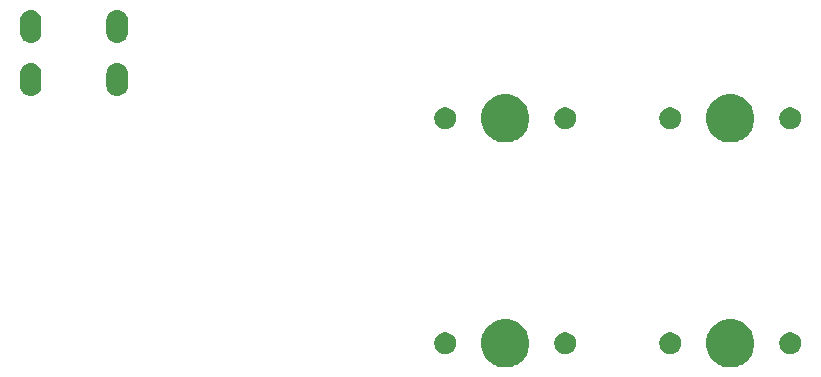
<source format=gts>
G04 #@! TF.GenerationSoftware,KiCad,Pcbnew,(5.1.4)-1*
G04 #@! TF.CreationDate,2020-10-19T04:21:44-07:00*
G04 #@! TF.ProjectId,test-pcb,74657374-2d70-4636-922e-6b696361645f,rev?*
G04 #@! TF.SameCoordinates,Original*
G04 #@! TF.FileFunction,Soldermask,Top*
G04 #@! TF.FilePolarity,Negative*
%FSLAX46Y46*%
G04 Gerber Fmt 4.6, Leading zero omitted, Abs format (unit mm)*
G04 Created by KiCad (PCBNEW (5.1.4)-1) date 2020-10-19 04:21:44*
%MOMM*%
%LPD*%
G04 APERTURE LIST*
%ADD10C,0.100000*%
G04 APERTURE END LIST*
D10*
G36*
X72033974Y-109952434D02*
G01*
X72251974Y-110042733D01*
X72406123Y-110106583D01*
X72741048Y-110330373D01*
X73025877Y-110615202D01*
X73249667Y-110950127D01*
X73282062Y-111028336D01*
X73403816Y-111322276D01*
X73482400Y-111717344D01*
X73482400Y-112120156D01*
X73403816Y-112515224D01*
X73352951Y-112638022D01*
X73249667Y-112887373D01*
X73025877Y-113222298D01*
X72741048Y-113507127D01*
X72406123Y-113730917D01*
X72251974Y-113794767D01*
X72033974Y-113885066D01*
X71638906Y-113963650D01*
X71236094Y-113963650D01*
X70841026Y-113885066D01*
X70623026Y-113794767D01*
X70468877Y-113730917D01*
X70133952Y-113507127D01*
X69849123Y-113222298D01*
X69625333Y-112887373D01*
X69522049Y-112638022D01*
X69471184Y-112515224D01*
X69392600Y-112120156D01*
X69392600Y-111717344D01*
X69471184Y-111322276D01*
X69592938Y-111028336D01*
X69625333Y-110950127D01*
X69849123Y-110615202D01*
X70133952Y-110330373D01*
X70468877Y-110106583D01*
X70623026Y-110042733D01*
X70841026Y-109952434D01*
X71236094Y-109873850D01*
X71638906Y-109873850D01*
X72033974Y-109952434D01*
X72033974Y-109952434D01*
G37*
G36*
X91083974Y-109952434D02*
G01*
X91301974Y-110042733D01*
X91456123Y-110106583D01*
X91791048Y-110330373D01*
X92075877Y-110615202D01*
X92299667Y-110950127D01*
X92332062Y-111028336D01*
X92453816Y-111322276D01*
X92532400Y-111717344D01*
X92532400Y-112120156D01*
X92453816Y-112515224D01*
X92402951Y-112638022D01*
X92299667Y-112887373D01*
X92075877Y-113222298D01*
X91791048Y-113507127D01*
X91456123Y-113730917D01*
X91301974Y-113794767D01*
X91083974Y-113885066D01*
X90688906Y-113963650D01*
X90286094Y-113963650D01*
X89891026Y-113885066D01*
X89673026Y-113794767D01*
X89518877Y-113730917D01*
X89183952Y-113507127D01*
X88899123Y-113222298D01*
X88675333Y-112887373D01*
X88572049Y-112638022D01*
X88521184Y-112515224D01*
X88442600Y-112120156D01*
X88442600Y-111717344D01*
X88521184Y-111322276D01*
X88642938Y-111028336D01*
X88675333Y-110950127D01*
X88899123Y-110615202D01*
X89183952Y-110330373D01*
X89518877Y-110106583D01*
X89673026Y-110042733D01*
X89891026Y-109952434D01*
X90286094Y-109873850D01*
X90688906Y-109873850D01*
X91083974Y-109952434D01*
X91083974Y-109952434D01*
G37*
G36*
X95837604Y-111028335D02*
G01*
X96006126Y-111098139D01*
X96157791Y-111199478D01*
X96286772Y-111328459D01*
X96388111Y-111480124D01*
X96457915Y-111648646D01*
X96493500Y-111827547D01*
X96493500Y-112009953D01*
X96457915Y-112188854D01*
X96388111Y-112357376D01*
X96286772Y-112509041D01*
X96157791Y-112638022D01*
X96006126Y-112739361D01*
X95837604Y-112809165D01*
X95658703Y-112844750D01*
X95476297Y-112844750D01*
X95297396Y-112809165D01*
X95128874Y-112739361D01*
X94977209Y-112638022D01*
X94848228Y-112509041D01*
X94746889Y-112357376D01*
X94677085Y-112188854D01*
X94641500Y-112009953D01*
X94641500Y-111827547D01*
X94677085Y-111648646D01*
X94746889Y-111480124D01*
X94848228Y-111328459D01*
X94977209Y-111199478D01*
X95128874Y-111098139D01*
X95297396Y-111028335D01*
X95476297Y-110992750D01*
X95658703Y-110992750D01*
X95837604Y-111028335D01*
X95837604Y-111028335D01*
G37*
G36*
X85677604Y-111028335D02*
G01*
X85846126Y-111098139D01*
X85997791Y-111199478D01*
X86126772Y-111328459D01*
X86228111Y-111480124D01*
X86297915Y-111648646D01*
X86333500Y-111827547D01*
X86333500Y-112009953D01*
X86297915Y-112188854D01*
X86228111Y-112357376D01*
X86126772Y-112509041D01*
X85997791Y-112638022D01*
X85846126Y-112739361D01*
X85677604Y-112809165D01*
X85498703Y-112844750D01*
X85316297Y-112844750D01*
X85137396Y-112809165D01*
X84968874Y-112739361D01*
X84817209Y-112638022D01*
X84688228Y-112509041D01*
X84586889Y-112357376D01*
X84517085Y-112188854D01*
X84481500Y-112009953D01*
X84481500Y-111827547D01*
X84517085Y-111648646D01*
X84586889Y-111480124D01*
X84688228Y-111328459D01*
X84817209Y-111199478D01*
X84968874Y-111098139D01*
X85137396Y-111028335D01*
X85316297Y-110992750D01*
X85498703Y-110992750D01*
X85677604Y-111028335D01*
X85677604Y-111028335D01*
G37*
G36*
X76787604Y-111028335D02*
G01*
X76956126Y-111098139D01*
X77107791Y-111199478D01*
X77236772Y-111328459D01*
X77338111Y-111480124D01*
X77407915Y-111648646D01*
X77443500Y-111827547D01*
X77443500Y-112009953D01*
X77407915Y-112188854D01*
X77338111Y-112357376D01*
X77236772Y-112509041D01*
X77107791Y-112638022D01*
X76956126Y-112739361D01*
X76787604Y-112809165D01*
X76608703Y-112844750D01*
X76426297Y-112844750D01*
X76247396Y-112809165D01*
X76078874Y-112739361D01*
X75927209Y-112638022D01*
X75798228Y-112509041D01*
X75696889Y-112357376D01*
X75627085Y-112188854D01*
X75591500Y-112009953D01*
X75591500Y-111827547D01*
X75627085Y-111648646D01*
X75696889Y-111480124D01*
X75798228Y-111328459D01*
X75927209Y-111199478D01*
X76078874Y-111098139D01*
X76247396Y-111028335D01*
X76426297Y-110992750D01*
X76608703Y-110992750D01*
X76787604Y-111028335D01*
X76787604Y-111028335D01*
G37*
G36*
X66627604Y-111028335D02*
G01*
X66796126Y-111098139D01*
X66947791Y-111199478D01*
X67076772Y-111328459D01*
X67178111Y-111480124D01*
X67247915Y-111648646D01*
X67283500Y-111827547D01*
X67283500Y-112009953D01*
X67247915Y-112188854D01*
X67178111Y-112357376D01*
X67076772Y-112509041D01*
X66947791Y-112638022D01*
X66796126Y-112739361D01*
X66627604Y-112809165D01*
X66448703Y-112844750D01*
X66266297Y-112844750D01*
X66087396Y-112809165D01*
X65918874Y-112739361D01*
X65767209Y-112638022D01*
X65638228Y-112509041D01*
X65536889Y-112357376D01*
X65467085Y-112188854D01*
X65431500Y-112009953D01*
X65431500Y-111827547D01*
X65467085Y-111648646D01*
X65536889Y-111480124D01*
X65638228Y-111328459D01*
X65767209Y-111199478D01*
X65918874Y-111098139D01*
X66087396Y-111028335D01*
X66266297Y-110992750D01*
X66448703Y-110992750D01*
X66627604Y-111028335D01*
X66627604Y-111028335D01*
G37*
G36*
X72033974Y-90902434D02*
G01*
X72216317Y-90977963D01*
X72406123Y-91056583D01*
X72741048Y-91280373D01*
X73025877Y-91565202D01*
X73249667Y-91900127D01*
X73282062Y-91978336D01*
X73403816Y-92272276D01*
X73482400Y-92667344D01*
X73482400Y-93070156D01*
X73403816Y-93465224D01*
X73352951Y-93588022D01*
X73249667Y-93837373D01*
X73025877Y-94172298D01*
X72741048Y-94457127D01*
X72406123Y-94680917D01*
X72251974Y-94744767D01*
X72033974Y-94835066D01*
X71638906Y-94913650D01*
X71236094Y-94913650D01*
X70841026Y-94835066D01*
X70623026Y-94744767D01*
X70468877Y-94680917D01*
X70133952Y-94457127D01*
X69849123Y-94172298D01*
X69625333Y-93837373D01*
X69522049Y-93588022D01*
X69471184Y-93465224D01*
X69392600Y-93070156D01*
X69392600Y-92667344D01*
X69471184Y-92272276D01*
X69592938Y-91978336D01*
X69625333Y-91900127D01*
X69849123Y-91565202D01*
X70133952Y-91280373D01*
X70468877Y-91056583D01*
X70658683Y-90977963D01*
X70841026Y-90902434D01*
X71236094Y-90823850D01*
X71638906Y-90823850D01*
X72033974Y-90902434D01*
X72033974Y-90902434D01*
G37*
G36*
X91083974Y-90902434D02*
G01*
X91266317Y-90977963D01*
X91456123Y-91056583D01*
X91791048Y-91280373D01*
X92075877Y-91565202D01*
X92299667Y-91900127D01*
X92332062Y-91978336D01*
X92453816Y-92272276D01*
X92532400Y-92667344D01*
X92532400Y-93070156D01*
X92453816Y-93465224D01*
X92402951Y-93588022D01*
X92299667Y-93837373D01*
X92075877Y-94172298D01*
X91791048Y-94457127D01*
X91456123Y-94680917D01*
X91301974Y-94744767D01*
X91083974Y-94835066D01*
X90688906Y-94913650D01*
X90286094Y-94913650D01*
X89891026Y-94835066D01*
X89673026Y-94744767D01*
X89518877Y-94680917D01*
X89183952Y-94457127D01*
X88899123Y-94172298D01*
X88675333Y-93837373D01*
X88572049Y-93588022D01*
X88521184Y-93465224D01*
X88442600Y-93070156D01*
X88442600Y-92667344D01*
X88521184Y-92272276D01*
X88642938Y-91978336D01*
X88675333Y-91900127D01*
X88899123Y-91565202D01*
X89183952Y-91280373D01*
X89518877Y-91056583D01*
X89708683Y-90977963D01*
X89891026Y-90902434D01*
X90286094Y-90823850D01*
X90688906Y-90823850D01*
X91083974Y-90902434D01*
X91083974Y-90902434D01*
G37*
G36*
X95837604Y-91978335D02*
G01*
X96006126Y-92048139D01*
X96157791Y-92149478D01*
X96286772Y-92278459D01*
X96388111Y-92430124D01*
X96457915Y-92598646D01*
X96493500Y-92777547D01*
X96493500Y-92959953D01*
X96457915Y-93138854D01*
X96388111Y-93307376D01*
X96286772Y-93459041D01*
X96157791Y-93588022D01*
X96006126Y-93689361D01*
X95837604Y-93759165D01*
X95658703Y-93794750D01*
X95476297Y-93794750D01*
X95297396Y-93759165D01*
X95128874Y-93689361D01*
X94977209Y-93588022D01*
X94848228Y-93459041D01*
X94746889Y-93307376D01*
X94677085Y-93138854D01*
X94641500Y-92959953D01*
X94641500Y-92777547D01*
X94677085Y-92598646D01*
X94746889Y-92430124D01*
X94848228Y-92278459D01*
X94977209Y-92149478D01*
X95128874Y-92048139D01*
X95297396Y-91978335D01*
X95476297Y-91942750D01*
X95658703Y-91942750D01*
X95837604Y-91978335D01*
X95837604Y-91978335D01*
G37*
G36*
X66627604Y-91978335D02*
G01*
X66796126Y-92048139D01*
X66947791Y-92149478D01*
X67076772Y-92278459D01*
X67178111Y-92430124D01*
X67247915Y-92598646D01*
X67283500Y-92777547D01*
X67283500Y-92959953D01*
X67247915Y-93138854D01*
X67178111Y-93307376D01*
X67076772Y-93459041D01*
X66947791Y-93588022D01*
X66796126Y-93689361D01*
X66627604Y-93759165D01*
X66448703Y-93794750D01*
X66266297Y-93794750D01*
X66087396Y-93759165D01*
X65918874Y-93689361D01*
X65767209Y-93588022D01*
X65638228Y-93459041D01*
X65536889Y-93307376D01*
X65467085Y-93138854D01*
X65431500Y-92959953D01*
X65431500Y-92777547D01*
X65467085Y-92598646D01*
X65536889Y-92430124D01*
X65638228Y-92278459D01*
X65767209Y-92149478D01*
X65918874Y-92048139D01*
X66087396Y-91978335D01*
X66266297Y-91942750D01*
X66448703Y-91942750D01*
X66627604Y-91978335D01*
X66627604Y-91978335D01*
G37*
G36*
X76787604Y-91978335D02*
G01*
X76956126Y-92048139D01*
X77107791Y-92149478D01*
X77236772Y-92278459D01*
X77338111Y-92430124D01*
X77407915Y-92598646D01*
X77443500Y-92777547D01*
X77443500Y-92959953D01*
X77407915Y-93138854D01*
X77338111Y-93307376D01*
X77236772Y-93459041D01*
X77107791Y-93588022D01*
X76956126Y-93689361D01*
X76787604Y-93759165D01*
X76608703Y-93794750D01*
X76426297Y-93794750D01*
X76247396Y-93759165D01*
X76078874Y-93689361D01*
X75927209Y-93588022D01*
X75798228Y-93459041D01*
X75696889Y-93307376D01*
X75627085Y-93138854D01*
X75591500Y-92959953D01*
X75591500Y-92777547D01*
X75627085Y-92598646D01*
X75696889Y-92430124D01*
X75798228Y-92278459D01*
X75927209Y-92149478D01*
X76078874Y-92048139D01*
X76247396Y-91978335D01*
X76426297Y-91942750D01*
X76608703Y-91942750D01*
X76787604Y-91978335D01*
X76787604Y-91978335D01*
G37*
G36*
X85677604Y-91978335D02*
G01*
X85846126Y-92048139D01*
X85997791Y-92149478D01*
X86126772Y-92278459D01*
X86228111Y-92430124D01*
X86297915Y-92598646D01*
X86333500Y-92777547D01*
X86333500Y-92959953D01*
X86297915Y-93138854D01*
X86228111Y-93307376D01*
X86126772Y-93459041D01*
X85997791Y-93588022D01*
X85846126Y-93689361D01*
X85677604Y-93759165D01*
X85498703Y-93794750D01*
X85316297Y-93794750D01*
X85137396Y-93759165D01*
X84968874Y-93689361D01*
X84817209Y-93588022D01*
X84688228Y-93459041D01*
X84586889Y-93307376D01*
X84517085Y-93138854D01*
X84481500Y-92959953D01*
X84481500Y-92777547D01*
X84517085Y-92598646D01*
X84586889Y-92430124D01*
X84688228Y-92278459D01*
X84817209Y-92149478D01*
X84968874Y-92048139D01*
X85137396Y-91978335D01*
X85316297Y-91942750D01*
X85498703Y-91942750D01*
X85677604Y-91978335D01*
X85677604Y-91978335D01*
G37*
G36*
X31451627Y-88202037D02*
G01*
X31621466Y-88253557D01*
X31777991Y-88337222D01*
X31813729Y-88366552D01*
X31915186Y-88449814D01*
X31998448Y-88551271D01*
X32027778Y-88587009D01*
X32111443Y-88743534D01*
X32162963Y-88913373D01*
X32176000Y-89045742D01*
X32176000Y-90134258D01*
X32162963Y-90266627D01*
X32111443Y-90436466D01*
X32027778Y-90592991D01*
X31998448Y-90628729D01*
X31915186Y-90730186D01*
X31777989Y-90842779D01*
X31621467Y-90926442D01*
X31621465Y-90926443D01*
X31451626Y-90977963D01*
X31275000Y-90995359D01*
X31098373Y-90977963D01*
X30928534Y-90926443D01*
X30883619Y-90902435D01*
X30772011Y-90842779D01*
X30772009Y-90842778D01*
X30736271Y-90813448D01*
X30634814Y-90730186D01*
X30522221Y-90592989D01*
X30438558Y-90436467D01*
X30438557Y-90436465D01*
X30387037Y-90266626D01*
X30374000Y-90134257D01*
X30374001Y-89045742D01*
X30387038Y-88913373D01*
X30438558Y-88743534D01*
X30522223Y-88587009D01*
X30551553Y-88551271D01*
X30634815Y-88449814D01*
X30736272Y-88366552D01*
X30772010Y-88337222D01*
X30928535Y-88253557D01*
X31098374Y-88202037D01*
X31275000Y-88184641D01*
X31451627Y-88202037D01*
X31451627Y-88202037D01*
G37*
G36*
X38751627Y-88202037D02*
G01*
X38921466Y-88253557D01*
X39077991Y-88337222D01*
X39113729Y-88366552D01*
X39215186Y-88449814D01*
X39298448Y-88551271D01*
X39327778Y-88587009D01*
X39411443Y-88743534D01*
X39462963Y-88913373D01*
X39476000Y-89045742D01*
X39476000Y-90134258D01*
X39462963Y-90266627D01*
X39411443Y-90436466D01*
X39327778Y-90592991D01*
X39298448Y-90628729D01*
X39215186Y-90730186D01*
X39077989Y-90842779D01*
X38921467Y-90926442D01*
X38921465Y-90926443D01*
X38751626Y-90977963D01*
X38575000Y-90995359D01*
X38398373Y-90977963D01*
X38228534Y-90926443D01*
X38183619Y-90902435D01*
X38072011Y-90842779D01*
X38072009Y-90842778D01*
X38036271Y-90813448D01*
X37934814Y-90730186D01*
X37822221Y-90592989D01*
X37738558Y-90436467D01*
X37738557Y-90436465D01*
X37687037Y-90266626D01*
X37674000Y-90134257D01*
X37674001Y-89045742D01*
X37687038Y-88913373D01*
X37738558Y-88743534D01*
X37822223Y-88587009D01*
X37851553Y-88551271D01*
X37934815Y-88449814D01*
X38036272Y-88366552D01*
X38072010Y-88337222D01*
X38228535Y-88253557D01*
X38398374Y-88202037D01*
X38575000Y-88184641D01*
X38751627Y-88202037D01*
X38751627Y-88202037D01*
G37*
G36*
X31451627Y-83702037D02*
G01*
X31621466Y-83753557D01*
X31777991Y-83837222D01*
X31813729Y-83866552D01*
X31915186Y-83949814D01*
X31998448Y-84051271D01*
X32027778Y-84087009D01*
X32111443Y-84243534D01*
X32162963Y-84413373D01*
X32176000Y-84545742D01*
X32176000Y-85634258D01*
X32162963Y-85766627D01*
X32111443Y-85936466D01*
X32027778Y-86092991D01*
X31998448Y-86128729D01*
X31915186Y-86230186D01*
X31777989Y-86342779D01*
X31621467Y-86426442D01*
X31621465Y-86426443D01*
X31451626Y-86477963D01*
X31275000Y-86495359D01*
X31098373Y-86477963D01*
X30928534Y-86426443D01*
X30772009Y-86342778D01*
X30736271Y-86313448D01*
X30634814Y-86230186D01*
X30522221Y-86092989D01*
X30438558Y-85936467D01*
X30438557Y-85936465D01*
X30387037Y-85766626D01*
X30374000Y-85634257D01*
X30374001Y-84545742D01*
X30387038Y-84413373D01*
X30438558Y-84243534D01*
X30522223Y-84087009D01*
X30551553Y-84051271D01*
X30634815Y-83949814D01*
X30736272Y-83866552D01*
X30772010Y-83837222D01*
X30928535Y-83753557D01*
X31098374Y-83702037D01*
X31275000Y-83684641D01*
X31451627Y-83702037D01*
X31451627Y-83702037D01*
G37*
G36*
X38751627Y-83702037D02*
G01*
X38921466Y-83753557D01*
X39077991Y-83837222D01*
X39113729Y-83866552D01*
X39215186Y-83949814D01*
X39298448Y-84051271D01*
X39327778Y-84087009D01*
X39411443Y-84243534D01*
X39462963Y-84413373D01*
X39476000Y-84545742D01*
X39476000Y-85634258D01*
X39462963Y-85766627D01*
X39411443Y-85936466D01*
X39327778Y-86092991D01*
X39298448Y-86128729D01*
X39215186Y-86230186D01*
X39077989Y-86342779D01*
X38921467Y-86426442D01*
X38921465Y-86426443D01*
X38751626Y-86477963D01*
X38575000Y-86495359D01*
X38398373Y-86477963D01*
X38228534Y-86426443D01*
X38072009Y-86342778D01*
X38036271Y-86313448D01*
X37934814Y-86230186D01*
X37822221Y-86092989D01*
X37738558Y-85936467D01*
X37738557Y-85936465D01*
X37687037Y-85766626D01*
X37674000Y-85634257D01*
X37674001Y-84545742D01*
X37687038Y-84413373D01*
X37738558Y-84243534D01*
X37822223Y-84087009D01*
X37851553Y-84051271D01*
X37934815Y-83949814D01*
X38036272Y-83866552D01*
X38072010Y-83837222D01*
X38228535Y-83753557D01*
X38398374Y-83702037D01*
X38575000Y-83684641D01*
X38751627Y-83702037D01*
X38751627Y-83702037D01*
G37*
M02*

</source>
